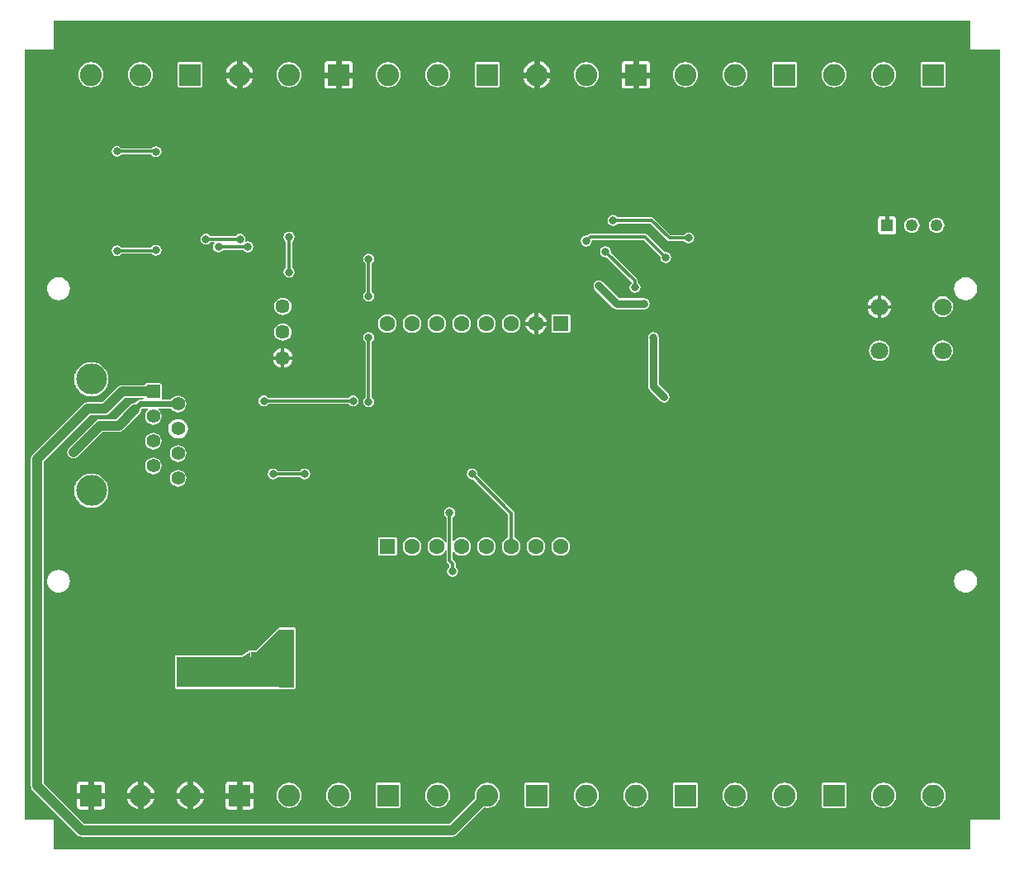
<source format=gbl>
G04 Layer_Physical_Order=2*
G04 Layer_Color=16711680*
%FSLAX43Y43*%
%MOMM*%
G71*
G01*
G75*
%ADD31C,0.300*%
%ADD32C,0.400*%
%ADD33C,0.800*%
%ADD34C,0.600*%
%ADD37C,1.000*%
%ADD51C,1.800*%
%ADD52C,1.600*%
%ADD53R,1.600X1.600*%
%ADD54R,2.250X2.250*%
%ADD55C,2.250*%
%ADD56C,1.400*%
%ADD57R,1.400X1.400*%
%ADD58C,3.170*%
%ADD59R,1.248X1.248*%
%ADD60C,1.248*%
%ADD61C,1.450*%
%ADD62C,0.800*%
%ADD63R,12.087X3.150*%
%ADD64R,4.525X1.900*%
%ADD65R,1.535X5.950*%
G36*
X119400Y104400D02*
X122400D01*
Y25400D01*
X119400D01*
Y22400D01*
X25400D01*
Y25400D01*
X22400D01*
Y104400D01*
X25400D01*
Y107400D01*
X119400D01*
Y104400D01*
D02*
G37*
%LPC*%
G36*
X38160Y61315D02*
X37937Y61286D01*
X37730Y61200D01*
X37552Y61063D01*
X37415Y60885D01*
X37329Y60678D01*
X37300Y60455D01*
X37329Y60232D01*
X37415Y60025D01*
X37552Y59847D01*
X37730Y59710D01*
X37937Y59624D01*
X38160Y59595D01*
X38383Y59624D01*
X38590Y59710D01*
X38768Y59847D01*
X38905Y60025D01*
X38991Y60232D01*
X39020Y60455D01*
X38991Y60678D01*
X38905Y60885D01*
X38768Y61063D01*
X38590Y61200D01*
X38383Y61286D01*
X38160Y61315D01*
D02*
G37*
G36*
X66000Y57489D02*
X65784Y57446D01*
X65601Y57324D01*
X65479Y57141D01*
X65436Y56925D01*
X65479Y56709D01*
X65601Y56526D01*
X65691Y56466D01*
Y53900D01*
X65564Y53874D01*
X65532Y53951D01*
X65380Y54150D01*
X65181Y54302D01*
X64949Y54398D01*
X64700Y54431D01*
X64451Y54398D01*
X64219Y54302D01*
X64020Y54150D01*
X63868Y53951D01*
X63772Y53719D01*
X63739Y53470D01*
X63772Y53221D01*
X63868Y52989D01*
X64020Y52790D01*
X64219Y52638D01*
X64451Y52542D01*
X64700Y52509D01*
X64949Y52542D01*
X65181Y52638D01*
X65380Y52790D01*
X65532Y52989D01*
X65564Y53066D01*
X65691Y53040D01*
Y52000D01*
X65715Y51882D01*
X65782Y51782D01*
X65991Y51572D01*
Y51359D01*
X65901Y51299D01*
X65779Y51116D01*
X65736Y50900D01*
X65779Y50684D01*
X65901Y50501D01*
X66084Y50379D01*
X66300Y50336D01*
X66516Y50379D01*
X66699Y50501D01*
X66821Y50684D01*
X66864Y50900D01*
X66821Y51116D01*
X66699Y51299D01*
X66609Y51359D01*
Y51700D01*
X66585Y51818D01*
X66518Y51918D01*
X66309Y52128D01*
Y52909D01*
X66436Y52952D01*
X66560Y52790D01*
X66759Y52638D01*
X66991Y52542D01*
X67240Y52509D01*
X67489Y52542D01*
X67721Y52638D01*
X67920Y52790D01*
X68072Y52989D01*
X68168Y53221D01*
X68201Y53470D01*
X68168Y53719D01*
X68072Y53951D01*
X67920Y54150D01*
X67721Y54302D01*
X67489Y54398D01*
X67240Y54431D01*
X66991Y54398D01*
X66759Y54302D01*
X66560Y54150D01*
X66436Y53988D01*
X66309Y54031D01*
Y56466D01*
X66399Y56526D01*
X66521Y56709D01*
X66564Y56925D01*
X66521Y57141D01*
X66399Y57324D01*
X66216Y57446D01*
X66000Y57489D01*
D02*
G37*
G36*
X35620Y62585D02*
X35397Y62556D01*
X35190Y62470D01*
X35012Y62333D01*
X34875Y62155D01*
X34789Y61948D01*
X34760Y61725D01*
X34789Y61502D01*
X34875Y61295D01*
X35012Y61117D01*
X35190Y60980D01*
X35397Y60894D01*
X35620Y60865D01*
X35843Y60894D01*
X36050Y60980D01*
X36228Y61117D01*
X36365Y61295D01*
X36451Y61502D01*
X36480Y61725D01*
X36451Y61948D01*
X36365Y62155D01*
X36228Y62333D01*
X36050Y62470D01*
X35843Y62556D01*
X35620Y62585D01*
D02*
G37*
G36*
X51135Y61464D02*
X50919Y61421D01*
X50736Y61299D01*
X50676Y61209D01*
X48359D01*
X48299Y61299D01*
X48116Y61421D01*
X47900Y61464D01*
X47684Y61421D01*
X47501Y61299D01*
X47379Y61116D01*
X47336Y60900D01*
X47379Y60684D01*
X47501Y60501D01*
X47684Y60379D01*
X47900Y60336D01*
X48116Y60379D01*
X48299Y60501D01*
X48359Y60591D01*
X50676D01*
X50736Y60501D01*
X50919Y60379D01*
X51135Y60336D01*
X51351Y60379D01*
X51534Y60501D01*
X51656Y60684D01*
X51699Y60900D01*
X51656Y61116D01*
X51534Y61299D01*
X51351Y61421D01*
X51135Y61464D01*
D02*
G37*
G36*
X29286Y60942D02*
X29270Y60938D01*
X29254Y60942D01*
X28943Y60912D01*
X28928Y60904D01*
X28911Y60906D01*
X28612Y60815D01*
X28599Y60804D01*
X28582Y60802D01*
X28307Y60655D01*
X28296Y60642D01*
X28280Y60637D01*
X28039Y60439D01*
X28031Y60424D01*
X28016Y60416D01*
X27818Y60175D01*
X27813Y60159D01*
X27800Y60148D01*
X27653Y59873D01*
X27651Y59856D01*
X27640Y59843D01*
X27549Y59544D01*
X27551Y59527D01*
X27543Y59512D01*
X27513Y59201D01*
X27515Y59193D01*
X27512Y59185D01*
X27515Y59177D01*
X27513Y59169D01*
X27543Y58858D01*
X27551Y58843D01*
X27549Y58826D01*
X27640Y58527D01*
X27651Y58514D01*
X27653Y58497D01*
X27800Y58222D01*
X27813Y58211D01*
X27818Y58195D01*
X28016Y57954D01*
X28031Y57946D01*
X28039Y57931D01*
X28280Y57733D01*
X28296Y57728D01*
X28307Y57715D01*
X28582Y57568D01*
X28599Y57566D01*
X28612Y57555D01*
X28911Y57464D01*
X28928Y57466D01*
X28943Y57458D01*
X29254Y57428D01*
X29270Y57432D01*
X29286Y57428D01*
X29597Y57458D01*
X29612Y57466D01*
X29629Y57464D01*
X29928Y57555D01*
X29941Y57566D01*
X29958Y57568D01*
X30233Y57715D01*
X30244Y57728D01*
X30260Y57733D01*
X30501Y57931D01*
X30509Y57946D01*
X30524Y57954D01*
X30722Y58195D01*
X30727Y58211D01*
X30740Y58222D01*
X30888Y58497D01*
X30889Y58514D01*
X30900Y58527D01*
X30991Y58826D01*
X30989Y58843D01*
X30997Y58858D01*
X31028Y59169D01*
X31025Y59177D01*
X31028Y59185D01*
X31025Y59193D01*
X31028Y59201D01*
X30997Y59512D01*
X30989Y59527D01*
X30991Y59544D01*
X30900Y59843D01*
X30889Y59856D01*
X30888Y59873D01*
X30740Y60148D01*
X30727Y60159D01*
X30722Y60175D01*
X30524Y60416D01*
X30509Y60424D01*
X30501Y60439D01*
X30260Y60637D01*
X30244Y60642D01*
X30233Y60655D01*
X29958Y60802D01*
X29941Y60804D01*
X29928Y60815D01*
X29629Y60906D01*
X29612Y60904D01*
X29597Y60912D01*
X29286Y60942D01*
D02*
G37*
G36*
X69780Y54431D02*
X69531Y54398D01*
X69299Y54302D01*
X69100Y54150D01*
X68948Y53951D01*
X68852Y53719D01*
X68819Y53470D01*
X68852Y53221D01*
X68948Y52989D01*
X69100Y52790D01*
X69299Y52638D01*
X69531Y52542D01*
X69780Y52509D01*
X70029Y52542D01*
X70261Y52638D01*
X70460Y52790D01*
X70612Y52989D01*
X70708Y53221D01*
X70741Y53470D01*
X70708Y53719D01*
X70612Y53951D01*
X70460Y54150D01*
X70261Y54302D01*
X70029Y54398D01*
X69780Y54431D01*
D02*
G37*
G36*
X62160D02*
X61911Y54398D01*
X61679Y54302D01*
X61480Y54150D01*
X61328Y53951D01*
X61232Y53719D01*
X61199Y53470D01*
X61232Y53221D01*
X61328Y52989D01*
X61480Y52790D01*
X61679Y52638D01*
X61911Y52542D01*
X62160Y52509D01*
X62409Y52542D01*
X62641Y52638D01*
X62840Y52790D01*
X62992Y52989D01*
X63088Y53221D01*
X63121Y53470D01*
X63088Y53719D01*
X62992Y53951D01*
X62840Y54150D01*
X62641Y54302D01*
X62409Y54398D01*
X62160Y54431D01*
D02*
G37*
G36*
X68300Y61464D02*
X68084Y61421D01*
X67901Y61299D01*
X67779Y61116D01*
X67736Y60900D01*
X67779Y60684D01*
X67901Y60501D01*
X68084Y60379D01*
X68300Y60336D01*
X68406Y60357D01*
X72011Y56752D01*
Y54374D01*
X71839Y54302D01*
X71640Y54150D01*
X71488Y53951D01*
X71392Y53719D01*
X71359Y53470D01*
X71392Y53221D01*
X71488Y52989D01*
X71640Y52790D01*
X71839Y52638D01*
X72071Y52542D01*
X72320Y52509D01*
X72569Y52542D01*
X72801Y52638D01*
X73000Y52790D01*
X73152Y52989D01*
X73248Y53221D01*
X73281Y53470D01*
X73248Y53719D01*
X73152Y53951D01*
X73000Y54150D01*
X72801Y54302D01*
X72629Y54374D01*
Y56880D01*
X72605Y56998D01*
X72538Y57098D01*
X68843Y60794D01*
X68864Y60900D01*
X68821Y61116D01*
X68699Y61299D01*
X68516Y61421D01*
X68300Y61464D01*
D02*
G37*
G36*
X77400Y54431D02*
X77151Y54398D01*
X76919Y54302D01*
X76720Y54150D01*
X76568Y53951D01*
X76472Y53719D01*
X76439Y53470D01*
X76472Y53221D01*
X76568Y52989D01*
X76720Y52790D01*
X76919Y52638D01*
X77151Y52542D01*
X77400Y52509D01*
X77649Y52542D01*
X77881Y52638D01*
X78080Y52790D01*
X78232Y52989D01*
X78328Y53221D01*
X78361Y53470D01*
X78328Y53719D01*
X78232Y53951D01*
X78080Y54150D01*
X77881Y54302D01*
X77649Y54398D01*
X77400Y54431D01*
D02*
G37*
G36*
X74860D02*
X74611Y54398D01*
X74379Y54302D01*
X74180Y54150D01*
X74028Y53951D01*
X73932Y53719D01*
X73899Y53470D01*
X73932Y53221D01*
X74028Y52989D01*
X74180Y52790D01*
X74379Y52638D01*
X74611Y52542D01*
X74860Y52509D01*
X75109Y52542D01*
X75341Y52638D01*
X75540Y52790D01*
X75692Y52989D01*
X75788Y53221D01*
X75821Y53470D01*
X75788Y53719D01*
X75692Y53951D01*
X75540Y54150D01*
X75341Y54302D01*
X75109Y54398D01*
X74860Y54431D01*
D02*
G37*
G36*
X38160Y63855D02*
X37937Y63826D01*
X37730Y63740D01*
X37552Y63603D01*
X37415Y63425D01*
X37329Y63218D01*
X37300Y62995D01*
X37329Y62772D01*
X37415Y62565D01*
X37552Y62387D01*
X37730Y62250D01*
X37937Y62164D01*
X38160Y62135D01*
X38383Y62164D01*
X38590Y62250D01*
X38768Y62387D01*
X38905Y62565D01*
X38991Y62772D01*
X39020Y62995D01*
X38991Y63218D01*
X38905Y63425D01*
X38768Y63603D01*
X38590Y63740D01*
X38383Y63826D01*
X38160Y63855D01*
D02*
G37*
G36*
X48895Y73842D02*
X48627Y73807D01*
X48378Y73704D01*
X48164Y73539D01*
X48000Y73325D01*
X47896Y73076D01*
X47861Y72808D01*
X47896Y72541D01*
X48000Y72291D01*
X48164Y72077D01*
X48378Y71913D01*
X48627Y71810D01*
X48895Y71774D01*
X49163Y71810D01*
X49412Y71913D01*
X49626Y72077D01*
X49790Y72291D01*
X49894Y72541D01*
X49929Y72808D01*
X49894Y73076D01*
X49790Y73325D01*
X49626Y73539D01*
X49412Y73704D01*
X49163Y73807D01*
X48895Y73842D01*
D02*
G37*
G36*
X36320Y70211D02*
X34920D01*
X34803Y70162D01*
X34754Y70045D01*
Y70004D01*
X32420Y70004D01*
X32420Y70004D01*
X32250Y69981D01*
X32091Y69915D01*
X31954Y69811D01*
X31954Y69811D01*
X30402Y68259D01*
X28872D01*
X28872Y68259D01*
X28702Y68236D01*
X28543Y68170D01*
X28406Y68066D01*
X23259Y62919D01*
X23155Y62782D01*
X23089Y62623D01*
X23066Y62453D01*
X23066Y62453D01*
Y28875D01*
X23066Y28875D01*
X23089Y28705D01*
X23155Y28546D01*
X23259Y28409D01*
X27784Y23884D01*
X27784Y23884D01*
X27921Y23780D01*
X28080Y23714D01*
X28250Y23691D01*
X66290D01*
X66290Y23691D01*
X66460Y23714D01*
X66619Y23780D01*
X66756Y23884D01*
X69549Y26678D01*
X69865Y26636D01*
X70199Y26680D01*
X70510Y26809D01*
X70776Y27014D01*
X70981Y27280D01*
X71110Y27591D01*
X71154Y27925D01*
X71110Y28259D01*
X70981Y28570D01*
X70776Y28836D01*
X70510Y29041D01*
X70199Y29170D01*
X69865Y29214D01*
X69531Y29170D01*
X69220Y29041D01*
X68954Y28836D01*
X68749Y28570D01*
X68620Y28259D01*
X68576Y27925D01*
X68618Y27609D01*
X66017Y25009D01*
X28523D01*
X24384Y29148D01*
Y62180D01*
X29145Y66941D01*
X30675D01*
X30675Y66941D01*
X30845Y66964D01*
X31004Y67030D01*
X31141Y67134D01*
X31141Y67134D01*
X32693Y68686D01*
X34632Y68686D01*
X34644Y68664D01*
X34568Y68537D01*
X34275D01*
X34098Y68502D01*
X33948Y68402D01*
X33705Y68158D01*
X33700Y68159D01*
X33530Y68136D01*
X33371Y68070D01*
X33234Y67966D01*
X31777Y66509D01*
X30150D01*
X29980Y66486D01*
X29821Y66420D01*
X29684Y66316D01*
X29684Y66316D01*
X26984Y63616D01*
X26880Y63479D01*
X26814Y63320D01*
X26791Y63150D01*
X26814Y62980D01*
X26880Y62821D01*
X26984Y62684D01*
X27121Y62580D01*
X27280Y62514D01*
X27450Y62491D01*
X27620Y62514D01*
X27779Y62580D01*
X27916Y62684D01*
X30423Y65191D01*
X32050D01*
X32050Y65191D01*
X32220Y65214D01*
X32379Y65280D01*
X32516Y65384D01*
X34166Y67034D01*
X34270Y67171D01*
X34336Y67330D01*
X34359Y67500D01*
X34358Y67505D01*
X34466Y67613D01*
X35063D01*
X35106Y67486D01*
X35012Y67413D01*
X34875Y67235D01*
X34789Y67028D01*
X34760Y66805D01*
X34789Y66582D01*
X34875Y66375D01*
X35012Y66197D01*
X35190Y66060D01*
X35397Y65974D01*
X35620Y65945D01*
X35843Y65974D01*
X36050Y66060D01*
X36228Y66197D01*
X36365Y66375D01*
X36451Y66582D01*
X36480Y66805D01*
X36451Y67028D01*
X36365Y67235D01*
X36228Y67413D01*
X36134Y67486D01*
X36177Y67613D01*
X37439D01*
X37552Y67467D01*
X37730Y67330D01*
X37937Y67244D01*
X38160Y67215D01*
X38383Y67244D01*
X38590Y67330D01*
X38768Y67467D01*
X38905Y67645D01*
X38991Y67852D01*
X39020Y68075D01*
X38991Y68298D01*
X38905Y68505D01*
X38768Y68683D01*
X38590Y68820D01*
X38383Y68906D01*
X38160Y68935D01*
X37937Y68906D01*
X37730Y68820D01*
X37552Y68683D01*
X37439Y68537D01*
X36555D01*
X36485Y68642D01*
X36486Y68645D01*
Y70045D01*
X36437Y70162D01*
X36320Y70211D01*
D02*
G37*
G36*
X29286Y72372D02*
X29270Y72368D01*
X29254Y72372D01*
X28943Y72342D01*
X28928Y72334D01*
X28911Y72336D01*
X28612Y72245D01*
X28599Y72234D01*
X28582Y72232D01*
X28307Y72085D01*
X28296Y72072D01*
X28280Y72067D01*
X28039Y71869D01*
X28031Y71854D01*
X28016Y71846D01*
X27818Y71605D01*
X27813Y71589D01*
X27800Y71578D01*
X27653Y71303D01*
X27651Y71286D01*
X27640Y71273D01*
X27549Y70974D01*
X27551Y70957D01*
X27543Y70942D01*
X27513Y70631D01*
X27515Y70623D01*
X27512Y70615D01*
X27515Y70607D01*
X27513Y70599D01*
X27543Y70288D01*
X27551Y70273D01*
X27549Y70256D01*
X27640Y69957D01*
X27651Y69944D01*
X27653Y69927D01*
X27800Y69652D01*
X27813Y69641D01*
X27818Y69625D01*
X28016Y69384D01*
X28031Y69376D01*
X28039Y69361D01*
X28280Y69163D01*
X28296Y69158D01*
X28307Y69145D01*
X28582Y68998D01*
X28599Y68996D01*
X28612Y68985D01*
X28911Y68894D01*
X28928Y68896D01*
X28943Y68888D01*
X29254Y68858D01*
X29270Y68862D01*
X29286Y68858D01*
X29597Y68888D01*
X29612Y68896D01*
X29629Y68894D01*
X29928Y68985D01*
X29941Y68996D01*
X29958Y68998D01*
X30233Y69145D01*
X30244Y69158D01*
X30260Y69163D01*
X30501Y69361D01*
X30509Y69376D01*
X30524Y69384D01*
X30722Y69625D01*
X30727Y69641D01*
X30740Y69652D01*
X30888Y69927D01*
X30889Y69944D01*
X30900Y69957D01*
X30991Y70256D01*
X30989Y70273D01*
X30997Y70288D01*
X31028Y70599D01*
X31025Y70607D01*
X31028Y70615D01*
X31025Y70623D01*
X31028Y70631D01*
X30997Y70942D01*
X30989Y70957D01*
X30991Y70974D01*
X30900Y71273D01*
X30889Y71286D01*
X30888Y71303D01*
X30740Y71578D01*
X30727Y71589D01*
X30722Y71605D01*
X30524Y71846D01*
X30509Y71854D01*
X30501Y71869D01*
X30260Y72067D01*
X30244Y72072D01*
X30233Y72085D01*
X29958Y72232D01*
X29941Y72234D01*
X29928Y72245D01*
X29629Y72336D01*
X29612Y72334D01*
X29597Y72342D01*
X29286Y72372D01*
D02*
G37*
G36*
X116550Y74612D02*
X116275Y74576D01*
X116019Y74470D01*
X115799Y74301D01*
X115630Y74081D01*
X115524Y73825D01*
X115488Y73550D01*
X115524Y73275D01*
X115630Y73019D01*
X115799Y72799D01*
X116019Y72630D01*
X116275Y72524D01*
X116550Y72488D01*
X116825Y72524D01*
X117081Y72630D01*
X117301Y72799D01*
X117470Y73019D01*
X117576Y73275D01*
X117612Y73550D01*
X117576Y73825D01*
X117470Y74081D01*
X117301Y74301D01*
X117081Y74470D01*
X116825Y74576D01*
X116550Y74612D01*
D02*
G37*
G36*
X110050D02*
X109775Y74576D01*
X109519Y74470D01*
X109299Y74301D01*
X109130Y74081D01*
X109024Y73825D01*
X108988Y73550D01*
X109024Y73275D01*
X109130Y73019D01*
X109299Y72799D01*
X109519Y72630D01*
X109775Y72524D01*
X110050Y72488D01*
X110325Y72524D01*
X110581Y72630D01*
X110801Y72799D01*
X110970Y73019D01*
X111076Y73275D01*
X111112Y73550D01*
X111076Y73825D01*
X110970Y74081D01*
X110801Y74301D01*
X110581Y74470D01*
X110325Y74576D01*
X110050Y74612D01*
D02*
G37*
G36*
X38160Y66544D02*
X37899Y66509D01*
X37656Y66409D01*
X37447Y66248D01*
X37287Y66039D01*
X37186Y65796D01*
X37151Y65535D01*
X37186Y65274D01*
X37287Y65031D01*
X37447Y64822D01*
X37656Y64661D01*
X37899Y64561D01*
X38160Y64526D01*
X38421Y64561D01*
X38664Y64661D01*
X38873Y64822D01*
X39034Y65031D01*
X39134Y65274D01*
X39169Y65535D01*
X39134Y65796D01*
X39034Y66039D01*
X38873Y66248D01*
X38664Y66409D01*
X38421Y66509D01*
X38160Y66544D01*
D02*
G37*
G36*
X35620Y65125D02*
X35397Y65096D01*
X35190Y65010D01*
X35012Y64873D01*
X34875Y64695D01*
X34789Y64488D01*
X34760Y64265D01*
X34789Y64042D01*
X34875Y63835D01*
X35012Y63657D01*
X35190Y63520D01*
X35397Y63434D01*
X35620Y63405D01*
X35843Y63434D01*
X36050Y63520D01*
X36228Y63657D01*
X36365Y63835D01*
X36451Y64042D01*
X36480Y64265D01*
X36451Y64488D01*
X36365Y64695D01*
X36228Y64873D01*
X36050Y65010D01*
X35843Y65096D01*
X35620Y65125D01*
D02*
G37*
G36*
X57700Y75464D02*
X57484Y75421D01*
X57301Y75299D01*
X57179Y75116D01*
X57136Y74900D01*
X57179Y74684D01*
X57301Y74501D01*
X57391Y74441D01*
Y68759D01*
X57301Y68699D01*
X57179Y68516D01*
X57136Y68300D01*
X57179Y68084D01*
X57301Y67901D01*
X57484Y67779D01*
X57700Y67736D01*
X57916Y67779D01*
X58099Y67901D01*
X58221Y68084D01*
X58264Y68300D01*
X58221Y68516D01*
X58099Y68699D01*
X58009Y68759D01*
Y74441D01*
X58099Y74501D01*
X58221Y74684D01*
X58264Y74900D01*
X58221Y75116D01*
X58099Y75299D01*
X57916Y75421D01*
X57700Y75464D01*
D02*
G37*
G36*
X56100Y68964D02*
X55884Y68921D01*
X55701Y68799D01*
X55641Y68709D01*
X47410D01*
X47350Y68799D01*
X47167Y68921D01*
X46951Y68964D01*
X46735Y68921D01*
X46553Y68799D01*
X46430Y68616D01*
X46387Y68400D01*
X46430Y68184D01*
X46553Y68001D01*
X46735Y67879D01*
X46951Y67836D01*
X47167Y67879D01*
X47350Y68001D01*
X47410Y68091D01*
X55641D01*
X55701Y68001D01*
X55884Y67879D01*
X56100Y67836D01*
X56316Y67879D01*
X56499Y68001D01*
X56621Y68184D01*
X56664Y68400D01*
X56621Y68616D01*
X56499Y68799D01*
X56316Y68921D01*
X56100Y68964D01*
D02*
G37*
G36*
X86900Y75464D02*
X86684Y75421D01*
X86501Y75299D01*
X86379Y75116D01*
X86336Y74900D01*
Y69900D01*
X86379Y69684D01*
X86501Y69501D01*
X87601Y68401D01*
X87784Y68279D01*
X88000Y68236D01*
X88216Y68279D01*
X88398Y68401D01*
X88521Y68584D01*
X88564Y68800D01*
X88521Y69016D01*
X88398Y69199D01*
X87464Y70133D01*
Y74900D01*
X87421Y75116D01*
X87299Y75299D01*
X87116Y75421D01*
X86900Y75464D01*
D02*
G37*
G36*
X91305Y29216D02*
X89055D01*
X88938Y29167D01*
X88889Y29050D01*
Y26800D01*
X88938Y26683D01*
X89055Y26634D01*
X91305D01*
X91422Y26683D01*
X91471Y26800D01*
Y29050D01*
X91422Y29167D01*
X91305Y29216D01*
D02*
G37*
G36*
X76065D02*
X73815D01*
X73698Y29167D01*
X73649Y29050D01*
Y26800D01*
X73698Y26683D01*
X73815Y26634D01*
X76065D01*
X76182Y26683D01*
X76231Y26800D01*
Y29050D01*
X76182Y29167D01*
X76065Y29216D01*
D02*
G37*
G36*
X106545D02*
X104295D01*
X104178Y29167D01*
X104129Y29050D01*
Y26800D01*
X104178Y26683D01*
X104295Y26634D01*
X106545D01*
X106662Y26683D01*
X106711Y26800D01*
Y29050D01*
X106662Y29167D01*
X106545Y29216D01*
D02*
G37*
G36*
X54625Y29214D02*
X54291Y29170D01*
X53980Y29041D01*
X53714Y28836D01*
X53509Y28570D01*
X53380Y28259D01*
X53336Y27925D01*
X53380Y27591D01*
X53509Y27280D01*
X53714Y27014D01*
X53980Y26809D01*
X54291Y26680D01*
X54625Y26636D01*
X54959Y26680D01*
X55270Y26809D01*
X55536Y27014D01*
X55741Y27280D01*
X55870Y27591D01*
X55914Y27925D01*
X55870Y28259D01*
X55741Y28570D01*
X55536Y28836D01*
X55270Y29041D01*
X54959Y29170D01*
X54625Y29214D01*
D02*
G37*
G36*
X49545D02*
X49211Y29170D01*
X48900Y29041D01*
X48634Y28836D01*
X48429Y28570D01*
X48300Y28259D01*
X48256Y27925D01*
X48300Y27591D01*
X48429Y27280D01*
X48634Y27014D01*
X48900Y26809D01*
X49211Y26680D01*
X49545Y26636D01*
X49879Y26680D01*
X50190Y26809D01*
X50456Y27014D01*
X50661Y27280D01*
X50790Y27591D01*
X50834Y27925D01*
X50790Y28259D01*
X50661Y28570D01*
X50456Y28836D01*
X50190Y29041D01*
X49879Y29170D01*
X49545Y29214D01*
D02*
G37*
G36*
X39385Y29362D02*
X39013Y29313D01*
X38666Y29170D01*
X38369Y28941D01*
X38140Y28644D01*
X37997Y28297D01*
X37948Y27925D01*
X37997Y27553D01*
X38140Y27206D01*
X38369Y26909D01*
X38666Y26680D01*
X39013Y26537D01*
X39385Y26488D01*
X39757Y26537D01*
X40104Y26680D01*
X40401Y26909D01*
X40630Y27206D01*
X40773Y27553D01*
X40822Y27925D01*
X40773Y28297D01*
X40630Y28644D01*
X40401Y28941D01*
X40104Y29170D01*
X39757Y29313D01*
X39385Y29362D01*
D02*
G37*
G36*
X34305D02*
X33933Y29313D01*
X33586Y29170D01*
X33289Y28941D01*
X33060Y28644D01*
X32917Y28297D01*
X32868Y27925D01*
X32917Y27553D01*
X33060Y27206D01*
X33289Y26909D01*
X33586Y26680D01*
X33933Y26537D01*
X34305Y26488D01*
X34677Y26537D01*
X35024Y26680D01*
X35321Y26909D01*
X35550Y27206D01*
X35693Y27553D01*
X35742Y27925D01*
X35693Y28297D01*
X35550Y28644D01*
X35321Y28941D01*
X35024Y29170D01*
X34677Y29313D01*
X34305Y29362D01*
D02*
G37*
G36*
X30350Y29356D02*
X28100D01*
X27983Y29333D01*
X27884Y29266D01*
X27817Y29167D01*
X27794Y29050D01*
Y26800D01*
X27817Y26683D01*
X27884Y26584D01*
X27983Y26517D01*
X28100Y26494D01*
X30350D01*
X30467Y26517D01*
X30566Y26584D01*
X30633Y26683D01*
X30656Y26800D01*
Y29050D01*
X30633Y29167D01*
X30566Y29266D01*
X30467Y29333D01*
X30350Y29356D01*
D02*
G37*
G36*
X60830Y29216D02*
X58580D01*
X58463Y29167D01*
X58414Y29050D01*
Y26800D01*
X58463Y26683D01*
X58580Y26634D01*
X60830D01*
X60947Y26683D01*
X60996Y26800D01*
Y29050D01*
X60947Y29167D01*
X60830Y29216D01*
D02*
G37*
G36*
X45590Y29356D02*
X43340D01*
X43223Y29333D01*
X43124Y29266D01*
X43057Y29167D01*
X43034Y29050D01*
Y26800D01*
X43057Y26683D01*
X43124Y26584D01*
X43223Y26517D01*
X43340Y26494D01*
X45590D01*
X45707Y26517D01*
X45806Y26584D01*
X45873Y26683D01*
X45896Y26800D01*
Y29050D01*
X45873Y29167D01*
X45806Y29266D01*
X45707Y29333D01*
X45590Y29356D01*
D02*
G37*
G36*
X64785Y29214D02*
X64451Y29170D01*
X64140Y29041D01*
X63874Y28836D01*
X63669Y28570D01*
X63540Y28259D01*
X63496Y27925D01*
X63540Y27591D01*
X63669Y27280D01*
X63874Y27014D01*
X64140Y26809D01*
X64451Y26680D01*
X64785Y26636D01*
X65119Y26680D01*
X65430Y26809D01*
X65696Y27014D01*
X65901Y27280D01*
X66030Y27591D01*
X66074Y27925D01*
X66030Y28259D01*
X65901Y28570D01*
X65696Y28836D01*
X65430Y29041D01*
X65119Y29170D01*
X64785Y29214D01*
D02*
G37*
G36*
X50070Y45130D02*
X48535D01*
X48526Y45127D01*
X48516Y45129D01*
X48468Y45103D01*
X48418Y45082D01*
X46166Y42830D01*
X45545D01*
X45538Y42828D01*
X45531Y42830D01*
X45497Y42812D01*
X45458Y42806D01*
X44684Y42330D01*
X37983D01*
X37866Y42282D01*
X37818Y42165D01*
Y39015D01*
X37866Y38898D01*
X37983Y38849D01*
X48535D01*
X48535Y38849D01*
X50070D01*
X50187Y38898D01*
X50236Y39015D01*
Y44965D01*
X50187Y45082D01*
X50070Y45130D01*
D02*
G37*
G36*
X115580Y29214D02*
X115246Y29170D01*
X114935Y29041D01*
X114669Y28836D01*
X114464Y28570D01*
X114335Y28259D01*
X114291Y27925D01*
X114335Y27591D01*
X114464Y27280D01*
X114669Y27014D01*
X114935Y26809D01*
X115246Y26680D01*
X115580Y26636D01*
X115914Y26680D01*
X116225Y26809D01*
X116491Y27014D01*
X116696Y27280D01*
X116825Y27591D01*
X116869Y27925D01*
X116825Y28259D01*
X116696Y28570D01*
X116491Y28836D01*
X116225Y29041D01*
X115914Y29170D01*
X115580Y29214D01*
D02*
G37*
G36*
X25922Y51073D02*
X25900Y51067D01*
X25878Y51073D01*
X25617Y51038D01*
X25598Y51027D01*
X25576D01*
X25332Y50926D01*
X25316Y50911D01*
X25295Y50905D01*
X25086Y50745D01*
X25075Y50725D01*
X25055Y50714D01*
X24895Y50505D01*
X24889Y50484D01*
X24874Y50468D01*
X24773Y50224D01*
Y50202D01*
X24762Y50183D01*
X24727Y49922D01*
X24730Y49911D01*
X24726Y49900D01*
X24730Y49889D01*
X24727Y49878D01*
X24762Y49617D01*
X24773Y49598D01*
Y49576D01*
X24874Y49332D01*
X24889Y49316D01*
X24895Y49295D01*
X25055Y49086D01*
X25075Y49075D01*
X25086Y49055D01*
X25295Y48895D01*
X25316Y48889D01*
X25332Y48874D01*
X25576Y48773D01*
X25598D01*
X25617Y48762D01*
X25878Y48727D01*
X25900Y48733D01*
X25922Y48727D01*
X26183Y48762D01*
X26202Y48773D01*
X26224D01*
X26468Y48874D01*
X26484Y48889D01*
X26505Y48895D01*
X26714Y49055D01*
X26725Y49075D01*
X26745Y49086D01*
X26905Y49295D01*
X26911Y49316D01*
X26927Y49332D01*
X27027Y49576D01*
Y49598D01*
X27038Y49617D01*
X27073Y49878D01*
X27070Y49889D01*
X27074Y49900D01*
X27070Y49911D01*
X27073Y49922D01*
X27038Y50183D01*
X27027Y50202D01*
Y50224D01*
X26927Y50468D01*
X26911Y50484D01*
X26905Y50505D01*
X26745Y50714D01*
X26725Y50725D01*
X26714Y50745D01*
X26505Y50905D01*
X26484Y50911D01*
X26468Y50926D01*
X26224Y51027D01*
X26202D01*
X26183Y51038D01*
X25922Y51073D01*
D02*
G37*
G36*
X60420Y54436D02*
X58820D01*
X58703Y54387D01*
X58654Y54270D01*
Y52670D01*
X58703Y52553D01*
X58820Y52504D01*
X60420D01*
X60537Y52553D01*
X60586Y52670D01*
Y54270D01*
X60537Y54387D01*
X60420Y54436D01*
D02*
G37*
G36*
X118922Y51073D02*
X118900Y51067D01*
X118878Y51073D01*
X118617Y51038D01*
X118598Y51027D01*
X118576D01*
X118332Y50926D01*
X118316Y50911D01*
X118295Y50905D01*
X118086Y50745D01*
X118075Y50725D01*
X118055Y50714D01*
X117895Y50505D01*
X117889Y50484D01*
X117873Y50468D01*
X117773Y50224D01*
Y50202D01*
X117762Y50183D01*
X117727Y49922D01*
X117730Y49911D01*
X117726Y49900D01*
X117730Y49889D01*
X117727Y49878D01*
X117762Y49617D01*
X117773Y49598D01*
Y49576D01*
X117873Y49332D01*
X117889Y49316D01*
X117895Y49295D01*
X118055Y49086D01*
X118075Y49075D01*
X118086Y49055D01*
X118295Y48895D01*
X118316Y48889D01*
X118332Y48874D01*
X118576Y48773D01*
X118598D01*
X118617Y48762D01*
X118878Y48727D01*
X118900Y48733D01*
X118922Y48727D01*
X119183Y48762D01*
X119202Y48773D01*
X119224D01*
X119468Y48874D01*
X119484Y48889D01*
X119505Y48895D01*
X119714Y49055D01*
X119725Y49075D01*
X119745Y49086D01*
X119905Y49295D01*
X119911Y49316D01*
X119926Y49332D01*
X120027Y49576D01*
Y49598D01*
X120038Y49617D01*
X120073Y49878D01*
X120070Y49889D01*
X120074Y49900D01*
X120070Y49911D01*
X120073Y49922D01*
X120038Y50183D01*
X120027Y50202D01*
Y50224D01*
X119926Y50468D01*
X119911Y50484D01*
X119905Y50505D01*
X119745Y50714D01*
X119725Y50725D01*
X119714Y50745D01*
X119505Y50905D01*
X119484Y50911D01*
X119468Y50926D01*
X119224Y51027D01*
X119202D01*
X119183Y51038D01*
X118922Y51073D01*
D02*
G37*
G36*
X85100Y29214D02*
X84766Y29170D01*
X84455Y29041D01*
X84189Y28836D01*
X83984Y28570D01*
X83855Y28259D01*
X83811Y27925D01*
X83855Y27591D01*
X83984Y27280D01*
X84189Y27014D01*
X84455Y26809D01*
X84766Y26680D01*
X85100Y26636D01*
X85434Y26680D01*
X85745Y26809D01*
X86011Y27014D01*
X86216Y27280D01*
X86345Y27591D01*
X86389Y27925D01*
X86345Y28259D01*
X86216Y28570D01*
X86011Y28836D01*
X85745Y29041D01*
X85434Y29170D01*
X85100Y29214D01*
D02*
G37*
G36*
X80020D02*
X79686Y29170D01*
X79375Y29041D01*
X79109Y28836D01*
X78904Y28570D01*
X78775Y28259D01*
X78731Y27925D01*
X78775Y27591D01*
X78904Y27280D01*
X79109Y27014D01*
X79375Y26809D01*
X79686Y26680D01*
X80020Y26636D01*
X80354Y26680D01*
X80665Y26809D01*
X80931Y27014D01*
X81136Y27280D01*
X81265Y27591D01*
X81309Y27925D01*
X81265Y28259D01*
X81136Y28570D01*
X80931Y28836D01*
X80665Y29041D01*
X80354Y29170D01*
X80020Y29214D01*
D02*
G37*
G36*
X95260D02*
X94926Y29170D01*
X94615Y29041D01*
X94349Y28836D01*
X94144Y28570D01*
X94015Y28259D01*
X93971Y27925D01*
X94015Y27591D01*
X94144Y27280D01*
X94349Y27014D01*
X94615Y26809D01*
X94926Y26680D01*
X95260Y26636D01*
X95594Y26680D01*
X95905Y26809D01*
X96171Y27014D01*
X96376Y27280D01*
X96505Y27591D01*
X96549Y27925D01*
X96505Y28259D01*
X96376Y28570D01*
X96171Y28836D01*
X95905Y29041D01*
X95594Y29170D01*
X95260Y29214D01*
D02*
G37*
G36*
X110500D02*
X110166Y29170D01*
X109855Y29041D01*
X109589Y28836D01*
X109384Y28570D01*
X109255Y28259D01*
X109211Y27925D01*
X109255Y27591D01*
X109384Y27280D01*
X109589Y27014D01*
X109855Y26809D01*
X110166Y26680D01*
X110500Y26636D01*
X110834Y26680D01*
X111145Y26809D01*
X111411Y27014D01*
X111616Y27280D01*
X111745Y27591D01*
X111789Y27925D01*
X111745Y28259D01*
X111616Y28570D01*
X111411Y28836D01*
X111145Y29041D01*
X110834Y29170D01*
X110500Y29214D01*
D02*
G37*
G36*
X100340D02*
X100006Y29170D01*
X99695Y29041D01*
X99429Y28836D01*
X99224Y28570D01*
X99095Y28259D01*
X99051Y27925D01*
X99095Y27591D01*
X99224Y27280D01*
X99429Y27014D01*
X99695Y26809D01*
X100006Y26680D01*
X100340Y26636D01*
X100674Y26680D01*
X100985Y26809D01*
X101251Y27014D01*
X101456Y27280D01*
X101585Y27591D01*
X101629Y27925D01*
X101585Y28259D01*
X101456Y28570D01*
X101251Y28836D01*
X100985Y29041D01*
X100674Y29170D01*
X100340Y29214D01*
D02*
G37*
G36*
X48895Y76335D02*
X48666Y76305D01*
X48452Y76217D01*
X48269Y76076D01*
X48128Y75893D01*
X48040Y75679D01*
X48009Y75450D01*
X48040Y75221D01*
X48128Y75007D01*
X48269Y74824D01*
X48452Y74683D01*
X48666Y74594D01*
X48895Y74564D01*
X49124Y74594D01*
X49338Y74683D01*
X49521Y74824D01*
X49662Y75007D01*
X49750Y75221D01*
X49781Y75450D01*
X49750Y75679D01*
X49662Y75893D01*
X49521Y76076D01*
X49338Y76217D01*
X49124Y76305D01*
X48895Y76335D01*
D02*
G37*
G36*
X86225Y103281D02*
X83975D01*
X83858Y103258D01*
X83759Y103191D01*
X83692Y103092D01*
X83669Y102975D01*
Y100725D01*
X83692Y100608D01*
X83759Y100509D01*
X83858Y100442D01*
X83975Y100419D01*
X86225D01*
X86342Y100442D01*
X86441Y100509D01*
X86508Y100608D01*
X86531Y100725D01*
Y102975D01*
X86508Y103092D01*
X86441Y103191D01*
X86342Y103258D01*
X86225Y103281D01*
D02*
G37*
G36*
X55745D02*
X53495D01*
X53378Y103258D01*
X53279Y103191D01*
X53212Y103092D01*
X53189Y102975D01*
Y100725D01*
X53212Y100608D01*
X53279Y100509D01*
X53378Y100442D01*
X53495Y100419D01*
X55745D01*
X55862Y100442D01*
X55961Y100509D01*
X56028Y100608D01*
X56051Y100725D01*
Y102975D01*
X56028Y103092D01*
X55961Y103191D01*
X55862Y103258D01*
X55745Y103281D01*
D02*
G37*
G36*
X40505Y103141D02*
X38255D01*
X38138Y103092D01*
X38089Y102975D01*
Y100725D01*
X38138Y100608D01*
X38255Y100559D01*
X40505D01*
X40622Y100608D01*
X40671Y100725D01*
Y102975D01*
X40622Y103092D01*
X40505Y103141D01*
D02*
G37*
G36*
X101465D02*
X99215D01*
X99098Y103092D01*
X99049Y102975D01*
Y100725D01*
X99098Y100608D01*
X99215Y100559D01*
X101465D01*
X101582Y100608D01*
X101631Y100725D01*
Y102975D01*
X101582Y103092D01*
X101465Y103141D01*
D02*
G37*
G36*
X70985D02*
X68735D01*
X68618Y103092D01*
X68569Y102975D01*
Y100725D01*
X68618Y100608D01*
X68735Y100559D01*
X70985D01*
X71102Y100608D01*
X71151Y100725D01*
Y102975D01*
X71102Y103092D01*
X70985Y103141D01*
D02*
G37*
G36*
X115940Y87184D02*
X115737Y87157D01*
X115548Y87079D01*
X115386Y86954D01*
X115261Y86792D01*
X115183Y86603D01*
X115156Y86400D01*
X115183Y86197D01*
X115261Y86008D01*
X115386Y85846D01*
X115548Y85721D01*
X115737Y85643D01*
X115940Y85616D01*
X116143Y85643D01*
X116332Y85721D01*
X116494Y85846D01*
X116619Y86008D01*
X116697Y86197D01*
X116724Y86400D01*
X116697Y86603D01*
X116619Y86792D01*
X116494Y86954D01*
X116332Y87079D01*
X116143Y87157D01*
X115940Y87184D01*
D02*
G37*
G36*
X113400D02*
X113197Y87157D01*
X113008Y87079D01*
X112846Y86954D01*
X112721Y86792D01*
X112643Y86603D01*
X112616Y86400D01*
X112643Y86197D01*
X112721Y86008D01*
X112846Y85846D01*
X113008Y85721D01*
X113197Y85643D01*
X113400Y85616D01*
X113603Y85643D01*
X113792Y85721D01*
X113954Y85846D01*
X114079Y86008D01*
X114157Y86197D01*
X114184Y86400D01*
X114157Y86603D01*
X114079Y86792D01*
X113954Y86954D01*
X113792Y87079D01*
X113603Y87157D01*
X113400Y87184D01*
D02*
G37*
G36*
X31900Y94564D02*
X31684Y94521D01*
X31501Y94399D01*
X31379Y94216D01*
X31336Y94000D01*
X31379Y93784D01*
X31501Y93601D01*
X31684Y93479D01*
X31900Y93436D01*
X32116Y93479D01*
X32299Y93601D01*
X32359Y93691D01*
X35403D01*
X35491Y93559D01*
X35674Y93436D01*
X35890Y93393D01*
X36106Y93436D01*
X36289Y93559D01*
X36411Y93741D01*
X36454Y93957D01*
X36411Y94173D01*
X36289Y94356D01*
X36106Y94478D01*
X35890Y94521D01*
X35674Y94478D01*
X35491Y94356D01*
X35460Y94309D01*
X32359D01*
X32299Y94399D01*
X32116Y94521D01*
X31900Y94564D01*
D02*
G37*
G36*
X74940Y103287D02*
X74568Y103238D01*
X74221Y103095D01*
X73924Y102866D01*
X73695Y102569D01*
X73552Y102222D01*
X73503Y101850D01*
X73552Y101478D01*
X73695Y101131D01*
X73924Y100834D01*
X74221Y100605D01*
X74568Y100462D01*
X74940Y100413D01*
X75312Y100462D01*
X75659Y100605D01*
X75956Y100834D01*
X76185Y101131D01*
X76328Y101478D01*
X76377Y101850D01*
X76328Y102222D01*
X76185Y102569D01*
X75956Y102866D01*
X75659Y103095D01*
X75312Y103238D01*
X74940Y103287D01*
D02*
G37*
G36*
X44460D02*
X44088Y103238D01*
X43741Y103095D01*
X43444Y102866D01*
X43215Y102569D01*
X43072Y102222D01*
X43023Y101850D01*
X43072Y101478D01*
X43215Y101131D01*
X43444Y100834D01*
X43741Y100605D01*
X44088Y100462D01*
X44460Y100413D01*
X44832Y100462D01*
X45179Y100605D01*
X45476Y100834D01*
X45705Y101131D01*
X45848Y101478D01*
X45897Y101850D01*
X45848Y102222D01*
X45705Y102569D01*
X45476Y102866D01*
X45179Y103095D01*
X44832Y103238D01*
X44460Y103287D01*
D02*
G37*
G36*
X116705Y103141D02*
X114455D01*
X114338Y103092D01*
X114289Y102975D01*
Y100725D01*
X114338Y100608D01*
X114455Y100559D01*
X116705D01*
X116822Y100608D01*
X116871Y100725D01*
Y102975D01*
X116822Y103092D01*
X116705Y103141D01*
D02*
G37*
G36*
X90180Y103139D02*
X89846Y103095D01*
X89535Y102966D01*
X89269Y102761D01*
X89064Y102495D01*
X88935Y102184D01*
X88891Y101850D01*
X88935Y101516D01*
X89064Y101205D01*
X89269Y100939D01*
X89535Y100734D01*
X89846Y100605D01*
X90180Y100561D01*
X90514Y100605D01*
X90825Y100734D01*
X91091Y100939D01*
X91296Y101205D01*
X91425Y101516D01*
X91469Y101850D01*
X91425Y102184D01*
X91296Y102495D01*
X91091Y102761D01*
X90825Y102966D01*
X90514Y103095D01*
X90180Y103139D01*
D02*
G37*
G36*
X80020D02*
X79686Y103095D01*
X79375Y102966D01*
X79109Y102761D01*
X78904Y102495D01*
X78775Y102184D01*
X78731Y101850D01*
X78775Y101516D01*
X78904Y101205D01*
X79109Y100939D01*
X79375Y100734D01*
X79686Y100605D01*
X80020Y100561D01*
X80354Y100605D01*
X80665Y100734D01*
X80931Y100939D01*
X81136Y101205D01*
X81265Y101516D01*
X81309Y101850D01*
X81265Y102184D01*
X81136Y102495D01*
X80931Y102761D01*
X80665Y102966D01*
X80354Y103095D01*
X80020Y103139D01*
D02*
G37*
G36*
X95260D02*
X94926Y103095D01*
X94615Y102966D01*
X94349Y102761D01*
X94144Y102495D01*
X94015Y102184D01*
X93971Y101850D01*
X94015Y101516D01*
X94144Y101205D01*
X94349Y100939D01*
X94615Y100734D01*
X94926Y100605D01*
X95260Y100561D01*
X95594Y100605D01*
X95905Y100734D01*
X96171Y100939D01*
X96376Y101205D01*
X96505Y101516D01*
X96549Y101850D01*
X96505Y102184D01*
X96376Y102495D01*
X96171Y102761D01*
X95905Y102966D01*
X95594Y103095D01*
X95260Y103139D01*
D02*
G37*
G36*
X110500D02*
X110166Y103095D01*
X109855Y102966D01*
X109589Y102761D01*
X109384Y102495D01*
X109255Y102184D01*
X109211Y101850D01*
X109255Y101516D01*
X109384Y101205D01*
X109589Y100939D01*
X109855Y100734D01*
X110166Y100605D01*
X110500Y100561D01*
X110834Y100605D01*
X111145Y100734D01*
X111411Y100939D01*
X111616Y101205D01*
X111745Y101516D01*
X111789Y101850D01*
X111745Y102184D01*
X111616Y102495D01*
X111411Y102761D01*
X111145Y102966D01*
X110834Y103095D01*
X110500Y103139D01*
D02*
G37*
G36*
X105420D02*
X105086Y103095D01*
X104775Y102966D01*
X104509Y102761D01*
X104304Y102495D01*
X104175Y102184D01*
X104131Y101850D01*
X104175Y101516D01*
X104304Y101205D01*
X104509Y100939D01*
X104775Y100734D01*
X105086Y100605D01*
X105420Y100561D01*
X105754Y100605D01*
X106065Y100734D01*
X106331Y100939D01*
X106536Y101205D01*
X106665Y101516D01*
X106709Y101850D01*
X106665Y102184D01*
X106536Y102495D01*
X106331Y102761D01*
X106065Y102966D01*
X105754Y103095D01*
X105420Y103139D01*
D02*
G37*
G36*
X34300D02*
X33966Y103095D01*
X33655Y102966D01*
X33389Y102761D01*
X33184Y102495D01*
X33055Y102184D01*
X33011Y101850D01*
X33055Y101516D01*
X33184Y101205D01*
X33389Y100939D01*
X33655Y100734D01*
X33966Y100605D01*
X34300Y100561D01*
X34634Y100605D01*
X34945Y100734D01*
X35211Y100939D01*
X35416Y101205D01*
X35545Y101516D01*
X35589Y101850D01*
X35545Y102184D01*
X35416Y102495D01*
X35211Y102761D01*
X34945Y102966D01*
X34634Y103095D01*
X34300Y103139D01*
D02*
G37*
G36*
X29220D02*
X28886Y103095D01*
X28575Y102966D01*
X28309Y102761D01*
X28104Y102495D01*
X27975Y102184D01*
X27931Y101850D01*
X27975Y101516D01*
X28104Y101205D01*
X28309Y100939D01*
X28575Y100734D01*
X28886Y100605D01*
X29220Y100561D01*
X29554Y100605D01*
X29865Y100734D01*
X30131Y100939D01*
X30336Y101205D01*
X30465Y101516D01*
X30509Y101850D01*
X30465Y102184D01*
X30336Y102495D01*
X30131Y102761D01*
X29865Y102966D01*
X29554Y103095D01*
X29220Y103139D01*
D02*
G37*
G36*
X49540D02*
X49206Y103095D01*
X48895Y102966D01*
X48629Y102761D01*
X48424Y102495D01*
X48295Y102184D01*
X48251Y101850D01*
X48295Y101516D01*
X48424Y101205D01*
X48629Y100939D01*
X48895Y100734D01*
X49206Y100605D01*
X49540Y100561D01*
X49874Y100605D01*
X50185Y100734D01*
X50451Y100939D01*
X50656Y101205D01*
X50785Y101516D01*
X50829Y101850D01*
X50785Y102184D01*
X50656Y102495D01*
X50451Y102761D01*
X50185Y102966D01*
X49874Y103095D01*
X49540Y103139D01*
D02*
G37*
G36*
X64780D02*
X64446Y103095D01*
X64135Y102966D01*
X63869Y102761D01*
X63664Y102495D01*
X63535Y102184D01*
X63491Y101850D01*
X63535Y101516D01*
X63664Y101205D01*
X63869Y100939D01*
X64135Y100734D01*
X64446Y100605D01*
X64780Y100561D01*
X65114Y100605D01*
X65425Y100734D01*
X65691Y100939D01*
X65896Y101205D01*
X66025Y101516D01*
X66069Y101850D01*
X66025Y102184D01*
X65896Y102495D01*
X65691Y102761D01*
X65425Y102966D01*
X65114Y103095D01*
X64780Y103139D01*
D02*
G37*
G36*
X59700D02*
X59366Y103095D01*
X59055Y102966D01*
X58789Y102761D01*
X58584Y102495D01*
X58455Y102184D01*
X58411Y101850D01*
X58455Y101516D01*
X58584Y101205D01*
X58789Y100939D01*
X59055Y100734D01*
X59366Y100605D01*
X59700Y100561D01*
X60034Y100605D01*
X60345Y100734D01*
X60611Y100939D01*
X60816Y101205D01*
X60945Y101516D01*
X60989Y101850D01*
X60945Y102184D01*
X60816Y102495D01*
X60611Y102761D01*
X60345Y102966D01*
X60034Y103095D01*
X59700Y103139D01*
D02*
G37*
G36*
X111484Y87330D02*
X110236D01*
X110119Y87307D01*
X110020Y87240D01*
X109953Y87141D01*
X109930Y87024D01*
Y85776D01*
X109953Y85659D01*
X110020Y85560D01*
X110119Y85493D01*
X110236Y85470D01*
X111484D01*
X111601Y85493D01*
X111700Y85560D01*
X111767Y85659D01*
X111790Y85776D01*
Y87024D01*
X111767Y87141D01*
X111700Y87240D01*
X111601Y87307D01*
X111484Y87330D01*
D02*
G37*
G36*
X72320Y77291D02*
X72071Y77258D01*
X71839Y77162D01*
X71640Y77010D01*
X71488Y76811D01*
X71392Y76579D01*
X71359Y76330D01*
X71392Y76081D01*
X71488Y75849D01*
X71640Y75650D01*
X71839Y75498D01*
X72071Y75402D01*
X72320Y75369D01*
X72569Y75402D01*
X72801Y75498D01*
X73000Y75650D01*
X73152Y75849D01*
X73248Y76081D01*
X73281Y76330D01*
X73248Y76579D01*
X73152Y76811D01*
X73000Y77010D01*
X72801Y77162D01*
X72569Y77258D01*
X72320Y77291D01*
D02*
G37*
G36*
X69780D02*
X69531Y77258D01*
X69299Y77162D01*
X69100Y77010D01*
X68948Y76811D01*
X68852Y76579D01*
X68819Y76330D01*
X68852Y76081D01*
X68948Y75849D01*
X69100Y75650D01*
X69299Y75498D01*
X69531Y75402D01*
X69780Y75369D01*
X70029Y75402D01*
X70261Y75498D01*
X70460Y75650D01*
X70612Y75849D01*
X70708Y76081D01*
X70741Y76330D01*
X70708Y76579D01*
X70612Y76811D01*
X70460Y77010D01*
X70261Y77162D01*
X70029Y77258D01*
X69780Y77291D01*
D02*
G37*
G36*
X110050Y79260D02*
X109737Y79219D01*
X109445Y79098D01*
X109194Y78906D01*
X109002Y78655D01*
X108881Y78363D01*
X108840Y78050D01*
X108881Y77737D01*
X109002Y77445D01*
X109194Y77194D01*
X109445Y77002D01*
X109737Y76881D01*
X110050Y76840D01*
X110363Y76881D01*
X110655Y77002D01*
X110906Y77194D01*
X111098Y77445D01*
X111219Y77737D01*
X111260Y78050D01*
X111219Y78363D01*
X111098Y78655D01*
X110906Y78906D01*
X110655Y79098D01*
X110363Y79219D01*
X110050Y79260D01*
D02*
G37*
G36*
X48895Y78977D02*
X48666Y78947D01*
X48452Y78859D01*
X48269Y78718D01*
X48128Y78535D01*
X48040Y78321D01*
X48009Y78092D01*
X48040Y77863D01*
X48128Y77649D01*
X48269Y77466D01*
X48452Y77325D01*
X48666Y77236D01*
X48895Y77206D01*
X49124Y77236D01*
X49338Y77325D01*
X49521Y77466D01*
X49662Y77649D01*
X49750Y77863D01*
X49781Y78092D01*
X49750Y78321D01*
X49662Y78535D01*
X49521Y78718D01*
X49338Y78859D01*
X49124Y78947D01*
X48895Y78977D01*
D02*
G37*
G36*
X116550Y79112D02*
X116275Y79076D01*
X116019Y78970D01*
X115799Y78801D01*
X115630Y78581D01*
X115524Y78325D01*
X115488Y78050D01*
X115524Y77775D01*
X115630Y77519D01*
X115799Y77299D01*
X116019Y77130D01*
X116275Y77024D01*
X116550Y76988D01*
X116825Y77024D01*
X117081Y77130D01*
X117301Y77299D01*
X117470Y77519D01*
X117576Y77775D01*
X117612Y78050D01*
X117576Y78325D01*
X117470Y78581D01*
X117301Y78801D01*
X117081Y78970D01*
X116825Y79076D01*
X116550Y79112D01*
D02*
G37*
G36*
X67240Y77291D02*
X66991Y77258D01*
X66759Y77162D01*
X66560Y77010D01*
X66408Y76811D01*
X66312Y76579D01*
X66279Y76330D01*
X66312Y76081D01*
X66408Y75849D01*
X66560Y75650D01*
X66759Y75498D01*
X66991Y75402D01*
X67240Y75369D01*
X67489Y75402D01*
X67721Y75498D01*
X67920Y75650D01*
X68072Y75849D01*
X68168Y76081D01*
X68201Y76330D01*
X68168Y76579D01*
X68072Y76811D01*
X67920Y77010D01*
X67721Y77162D01*
X67489Y77258D01*
X67240Y77291D01*
D02*
G37*
G36*
X78200Y77296D02*
X76600D01*
X76483Y77247D01*
X76434Y77130D01*
Y75530D01*
X76483Y75413D01*
X76600Y75364D01*
X78200D01*
X78317Y75413D01*
X78366Y75530D01*
Y77130D01*
X78317Y77247D01*
X78200Y77296D01*
D02*
G37*
G36*
X74860Y77439D02*
X74573Y77402D01*
X74305Y77291D01*
X74075Y77115D01*
X73899Y76885D01*
X73788Y76617D01*
X73751Y76330D01*
X73788Y76043D01*
X73899Y75775D01*
X74075Y75545D01*
X74305Y75369D01*
X74573Y75258D01*
X74860Y75221D01*
X75147Y75258D01*
X75415Y75369D01*
X75645Y75545D01*
X75821Y75775D01*
X75932Y76043D01*
X75969Y76330D01*
X75932Y76617D01*
X75821Y76885D01*
X75645Y77115D01*
X75415Y77291D01*
X75147Y77402D01*
X74860Y77439D01*
D02*
G37*
G36*
X59620Y77291D02*
X59371Y77258D01*
X59139Y77162D01*
X58940Y77010D01*
X58788Y76811D01*
X58692Y76579D01*
X58659Y76330D01*
X58692Y76081D01*
X58788Y75849D01*
X58940Y75650D01*
X59139Y75498D01*
X59371Y75402D01*
X59620Y75369D01*
X59869Y75402D01*
X60101Y75498D01*
X60300Y75650D01*
X60452Y75849D01*
X60548Y76081D01*
X60581Y76330D01*
X60548Y76579D01*
X60452Y76811D01*
X60300Y77010D01*
X60101Y77162D01*
X59869Y77258D01*
X59620Y77291D01*
D02*
G37*
G36*
X64700D02*
X64451Y77258D01*
X64219Y77162D01*
X64020Y77010D01*
X63868Y76811D01*
X63772Y76579D01*
X63739Y76330D01*
X63772Y76081D01*
X63868Y75849D01*
X64020Y75650D01*
X64219Y75498D01*
X64451Y75402D01*
X64700Y75369D01*
X64949Y75402D01*
X65181Y75498D01*
X65380Y75650D01*
X65532Y75849D01*
X65628Y76081D01*
X65661Y76330D01*
X65628Y76579D01*
X65532Y76811D01*
X65380Y77010D01*
X65181Y77162D01*
X64949Y77258D01*
X64700Y77291D01*
D02*
G37*
G36*
X62160D02*
X61911Y77258D01*
X61679Y77162D01*
X61480Y77010D01*
X61328Y76811D01*
X61232Y76579D01*
X61199Y76330D01*
X61232Y76081D01*
X61328Y75849D01*
X61480Y75650D01*
X61679Y75498D01*
X61911Y75402D01*
X62160Y75369D01*
X62409Y75402D01*
X62641Y75498D01*
X62840Y75650D01*
X62992Y75849D01*
X63088Y76081D01*
X63121Y76330D01*
X63088Y76579D01*
X62992Y76811D01*
X62840Y77010D01*
X62641Y77162D01*
X62409Y77258D01*
X62160Y77291D01*
D02*
G37*
G36*
X81300Y80764D02*
X81084Y80721D01*
X80901Y80599D01*
X80779Y80416D01*
X80736Y80200D01*
X80779Y79984D01*
X80901Y79801D01*
X82741Y77961D01*
X82924Y77839D01*
X83140Y77796D01*
X85940D01*
X86156Y77839D01*
X86339Y77961D01*
X86461Y78144D01*
X86504Y78360D01*
X86461Y78576D01*
X86339Y78759D01*
X86156Y78881D01*
X85940Y78924D01*
X83374D01*
X81699Y80599D01*
X81516Y80721D01*
X81300Y80764D01*
D02*
G37*
G36*
X82753Y87464D02*
X82537Y87421D01*
X82354Y87299D01*
X82232Y87116D01*
X82189Y86900D01*
X82232Y86684D01*
X82354Y86501D01*
X82537Y86379D01*
X82753Y86336D01*
X82969Y86379D01*
X83152Y86501D01*
X83212Y86591D01*
X86601D01*
X88311Y84881D01*
X88411Y84814D01*
X88529Y84791D01*
X90041D01*
X90101Y84701D01*
X90284Y84579D01*
X90500Y84536D01*
X90716Y84579D01*
X90899Y84701D01*
X91021Y84884D01*
X91064Y85100D01*
X91021Y85316D01*
X90899Y85499D01*
X90716Y85621D01*
X90500Y85664D01*
X90284Y85621D01*
X90101Y85499D01*
X90041Y85409D01*
X88657D01*
X86947Y87118D01*
X86847Y87185D01*
X86729Y87209D01*
X83212D01*
X83152Y87299D01*
X82969Y87421D01*
X82753Y87464D01*
D02*
G37*
G36*
X35890Y84407D02*
X35674Y84364D01*
X35491Y84241D01*
X35403Y84109D01*
X32359D01*
X32299Y84199D01*
X32116Y84321D01*
X31900Y84364D01*
X31684Y84321D01*
X31501Y84199D01*
X31379Y84016D01*
X31336Y83800D01*
X31379Y83584D01*
X31501Y83401D01*
X31684Y83279D01*
X31900Y83236D01*
X32116Y83279D01*
X32299Y83401D01*
X32359Y83491D01*
X35460D01*
X35491Y83444D01*
X35674Y83322D01*
X35890Y83279D01*
X36106Y83322D01*
X36289Y83444D01*
X36411Y83627D01*
X36454Y83843D01*
X36411Y84059D01*
X36289Y84241D01*
X36106Y84364D01*
X35890Y84407D01*
D02*
G37*
G36*
X86051Y85518D02*
X80409D01*
X80291Y85495D01*
X80191Y85428D01*
X80106Y85343D01*
X80000Y85364D01*
X79784Y85321D01*
X79601Y85199D01*
X79479Y85016D01*
X79436Y84800D01*
X79479Y84584D01*
X79601Y84401D01*
X79784Y84279D01*
X80000Y84236D01*
X80216Y84279D01*
X80399Y84401D01*
X80521Y84584D01*
X80564Y84800D01*
X80563Y84802D01*
X80644Y84900D01*
X85923D01*
X87617Y83206D01*
X87596Y83100D01*
X87639Y82884D01*
X87761Y82701D01*
X87944Y82579D01*
X88160Y82536D01*
X88376Y82579D01*
X88559Y82701D01*
X88681Y82884D01*
X88724Y83100D01*
X88681Y83316D01*
X88559Y83499D01*
X88376Y83621D01*
X88160Y83664D01*
X88054Y83643D01*
X86269Y85428D01*
X86169Y85495D01*
X86051Y85518D01*
D02*
G37*
G36*
X44500Y85564D02*
X44284Y85521D01*
X44101Y85399D01*
X44041Y85309D01*
X41459D01*
X41399Y85399D01*
X41216Y85521D01*
X41000Y85564D01*
X40784Y85521D01*
X40601Y85399D01*
X40479Y85216D01*
X40436Y85000D01*
X40479Y84784D01*
X40601Y84601D01*
X40784Y84479D01*
X41000Y84436D01*
X41216Y84479D01*
X41399Y84601D01*
X41459Y84691D01*
X41828D01*
X41878Y84564D01*
X41779Y84416D01*
X41736Y84200D01*
X41779Y83984D01*
X41901Y83801D01*
X42084Y83679D01*
X42300Y83636D01*
X42516Y83679D01*
X42699Y83801D01*
X42759Y83891D01*
X44841D01*
X44901Y83801D01*
X45084Y83679D01*
X45300Y83636D01*
X45516Y83679D01*
X45699Y83801D01*
X45821Y83984D01*
X45864Y84200D01*
X45821Y84416D01*
X45699Y84599D01*
X45516Y84721D01*
X45300Y84764D01*
X45130Y84730D01*
X45119Y84735D01*
X45035Y84819D01*
X45030Y84830D01*
X45064Y85000D01*
X45021Y85216D01*
X44899Y85399D01*
X44716Y85521D01*
X44500Y85564D01*
D02*
G37*
G36*
X25922Y81073D02*
X25900Y81067D01*
X25878Y81073D01*
X25617Y81038D01*
X25598Y81027D01*
X25576D01*
X25332Y80926D01*
X25316Y80911D01*
X25295Y80905D01*
X25086Y80745D01*
X25075Y80725D01*
X25055Y80714D01*
X24895Y80505D01*
X24889Y80484D01*
X24874Y80468D01*
X24773Y80224D01*
Y80202D01*
X24762Y80183D01*
X24727Y79922D01*
X24730Y79911D01*
X24726Y79900D01*
X24730Y79889D01*
X24727Y79878D01*
X24762Y79617D01*
X24773Y79598D01*
Y79576D01*
X24874Y79332D01*
X24889Y79316D01*
X24895Y79295D01*
X25055Y79086D01*
X25075Y79075D01*
X25086Y79055D01*
X25295Y78895D01*
X25316Y78889D01*
X25332Y78873D01*
X25576Y78773D01*
X25598D01*
X25617Y78762D01*
X25878Y78727D01*
X25900Y78733D01*
X25922Y78727D01*
X26183Y78762D01*
X26202Y78773D01*
X26224D01*
X26468Y78873D01*
X26484Y78889D01*
X26505Y78895D01*
X26714Y79055D01*
X26725Y79075D01*
X26745Y79086D01*
X26905Y79295D01*
X26911Y79316D01*
X26927Y79332D01*
X27027Y79576D01*
Y79598D01*
X27038Y79617D01*
X27073Y79878D01*
X27070Y79889D01*
X27074Y79900D01*
X27070Y79911D01*
X27073Y79922D01*
X27038Y80183D01*
X27027Y80202D01*
Y80224D01*
X26927Y80468D01*
X26911Y80484D01*
X26905Y80505D01*
X26745Y80714D01*
X26725Y80725D01*
X26714Y80745D01*
X26505Y80905D01*
X26484Y80911D01*
X26468Y80926D01*
X26224Y81027D01*
X26202D01*
X26183Y81038D01*
X25922Y81073D01*
D02*
G37*
G36*
X81975Y84264D02*
X81759Y84221D01*
X81576Y84099D01*
X81454Y83916D01*
X81411Y83700D01*
X81454Y83484D01*
X81576Y83301D01*
X81759Y83179D01*
X81975Y83136D01*
X82081Y83157D01*
X84652Y80586D01*
X84644Y80454D01*
X84598Y80424D01*
X84475Y80241D01*
X84433Y80025D01*
X84475Y79809D01*
X84598Y79626D01*
X84781Y79504D01*
X84996Y79461D01*
X85212Y79504D01*
X85395Y79626D01*
X85517Y79809D01*
X85560Y80025D01*
X85517Y80241D01*
X85395Y80424D01*
X85284Y80498D01*
Y80700D01*
X85260Y80818D01*
X85193Y80918D01*
X82518Y83594D01*
X82539Y83700D01*
X82496Y83916D01*
X82374Y84099D01*
X82191Y84221D01*
X81975Y84264D01*
D02*
G37*
G36*
X49540Y85764D02*
X49324Y85721D01*
X49141Y85599D01*
X49019Y85416D01*
X48976Y85200D01*
X49019Y84984D01*
X49141Y84801D01*
X49231Y84741D01*
Y82055D01*
X49146Y81999D01*
X49024Y81816D01*
X48981Y81600D01*
X49024Y81384D01*
X49146Y81201D01*
X49329Y81079D01*
X49545Y81036D01*
X49761Y81079D01*
X49944Y81201D01*
X50066Y81384D01*
X50109Y81600D01*
X50066Y81816D01*
X49944Y81999D01*
X49849Y82062D01*
Y84741D01*
X49939Y84801D01*
X50061Y84984D01*
X50104Y85200D01*
X50061Y85416D01*
X49939Y85599D01*
X49756Y85721D01*
X49540Y85764D01*
D02*
G37*
G36*
X118922Y81073D02*
X118900Y81067D01*
X118878Y81073D01*
X118617Y81038D01*
X118598Y81027D01*
X118576D01*
X118332Y80926D01*
X118316Y80911D01*
X118295Y80905D01*
X118086Y80745D01*
X118075Y80725D01*
X118055Y80714D01*
X117895Y80505D01*
X117889Y80484D01*
X117873Y80468D01*
X117773Y80224D01*
Y80202D01*
X117762Y80183D01*
X117727Y79922D01*
X117730Y79911D01*
X117726Y79900D01*
X117730Y79889D01*
X117727Y79878D01*
X117762Y79617D01*
X117773Y79598D01*
Y79576D01*
X117873Y79332D01*
X117889Y79316D01*
X117895Y79295D01*
X118055Y79086D01*
X118075Y79075D01*
X118086Y79055D01*
X118295Y78895D01*
X118316Y78889D01*
X118332Y78873D01*
X118576Y78773D01*
X118598D01*
X118617Y78762D01*
X118878Y78727D01*
X118900Y78733D01*
X118922Y78727D01*
X119183Y78762D01*
X119202Y78773D01*
X119224D01*
X119468Y78873D01*
X119484Y78889D01*
X119505Y78895D01*
X119714Y79055D01*
X119725Y79075D01*
X119745Y79086D01*
X119905Y79295D01*
X119911Y79316D01*
X119926Y79332D01*
X120027Y79576D01*
Y79598D01*
X120038Y79617D01*
X120073Y79878D01*
X120070Y79889D01*
X120074Y79900D01*
X120070Y79911D01*
X120073Y79922D01*
X120038Y80183D01*
X120027Y80202D01*
Y80224D01*
X119926Y80468D01*
X119911Y80484D01*
X119905Y80505D01*
X119745Y80714D01*
X119725Y80725D01*
X119714Y80745D01*
X119505Y80905D01*
X119484Y80911D01*
X119468Y80926D01*
X119224Y81027D01*
X119202D01*
X119183Y81038D01*
X118922Y81073D01*
D02*
G37*
G36*
X57700Y83514D02*
X57484Y83471D01*
X57301Y83349D01*
X57179Y83166D01*
X57136Y82950D01*
X57179Y82734D01*
X57301Y82551D01*
X57391Y82491D01*
Y79609D01*
X57301Y79549D01*
X57179Y79366D01*
X57136Y79150D01*
X57179Y78934D01*
X57301Y78751D01*
X57484Y78629D01*
X57700Y78586D01*
X57916Y78629D01*
X58099Y78751D01*
X58221Y78934D01*
X58264Y79150D01*
X58221Y79366D01*
X58099Y79549D01*
X58009Y79609D01*
Y82491D01*
X58099Y82551D01*
X58221Y82734D01*
X58264Y82950D01*
X58221Y83166D01*
X58099Y83349D01*
X57916Y83471D01*
X57700Y83514D01*
D02*
G37*
%LPD*%
G36*
X45595Y42075D02*
X44585D01*
X45545Y42665D01*
X45595Y42075D01*
D02*
G37*
G36*
X48845Y42265D02*
X48745Y42165D01*
X46045D01*
Y42475D01*
X48535Y44965D01*
X48845Y42265D01*
D02*
G37*
D31*
X42300Y84200D02*
X45300D01*
X45400D01*
X41000Y85000D02*
X44500D01*
X44600D01*
X31900Y83800D02*
X35847D01*
X35890Y83843D01*
X46951Y68400D02*
X56100D01*
X68300Y60900D02*
X72320Y56880D01*
X57700Y68300D02*
Y74900D01*
X57700Y74900D02*
X57700Y74900D01*
X47900Y60900D02*
X51135D01*
X57700Y79150D02*
Y82950D01*
X35847Y94000D02*
X35890Y93957D01*
X31900Y94000D02*
X35847D01*
X35890Y93910D02*
Y93957D01*
X31900Y93900D02*
Y94000D01*
Y93900D02*
X31900Y93900D01*
X49540Y81605D02*
Y85200D01*
X84975Y80046D02*
Y80700D01*
X81975Y83700D02*
X84975Y80700D01*
Y80046D02*
X84996Y80025D01*
X88529Y85100D02*
X90500D01*
X82753Y86900D02*
X86729D01*
X66000Y52000D02*
Y56925D01*
Y52000D02*
X66300Y51700D01*
Y50900D02*
Y51700D01*
X80000Y84800D02*
X80409Y85209D01*
X86051D01*
X88160Y83100D01*
X110050Y78050D02*
Y79744D01*
X108356Y78050D02*
X110050D01*
X111744D01*
X110050Y76356D02*
Y78050D01*
X72320Y53470D02*
Y56880D01*
X49540Y81605D02*
X49545Y81600D01*
X48895Y72808D02*
X50589D01*
X47201D02*
X48895D01*
Y71114D02*
Y72808D01*
Y74200D01*
X86729Y86900D02*
X88529Y85100D01*
D32*
X73585Y76330D02*
X74860D01*
X110860Y86400D02*
Y87681D01*
X74860Y76330D02*
Y77605D01*
Y76330D02*
X75969D01*
X74860Y75055D02*
Y76330D01*
D33*
X81300Y80200D02*
X83140Y78360D01*
X85940D01*
X86900Y69900D02*
Y74900D01*
Y69900D02*
X88000Y68800D01*
D34*
X52670Y101850D02*
X54620D01*
X56570D01*
X54620D02*
Y103800D01*
X42510Y101850D02*
X44460D01*
Y99900D02*
Y101850D01*
X46410D01*
X44460D02*
Y103800D01*
X42515Y27925D02*
X44465D01*
Y25975D02*
Y27925D01*
X46415D01*
X44465D02*
Y29875D01*
X37435Y27925D02*
X39385D01*
Y25975D02*
Y27925D01*
X41335D01*
X39385D02*
Y29875D01*
X32355Y27925D02*
X34305D01*
Y25975D02*
Y27925D01*
X36255D01*
X34305D02*
Y29875D01*
X29225Y27925D02*
Y29875D01*
Y27925D02*
X31175D01*
X29225Y25975D02*
Y27925D01*
X27275D02*
X29225D01*
X34275Y68075D02*
X38160D01*
X33700Y67500D02*
X34275Y68075D01*
X74940Y99900D02*
Y101850D01*
Y103800D01*
Y101850D02*
X76890D01*
X72990D02*
X74940D01*
X85100Y99900D02*
Y101850D01*
Y103800D01*
Y101850D02*
X87050D01*
X83150D02*
X85100D01*
X54620Y99900D02*
Y101850D01*
D37*
X66290Y24350D02*
X69865Y27925D01*
X28250Y24350D02*
X66290D01*
X23725Y28875D02*
X28250Y24350D01*
X30675Y67600D02*
X32420Y69345D01*
X35620Y69345D01*
X23725Y28875D02*
Y62453D01*
X28872Y67600D01*
X30675D01*
X30150Y65850D02*
X32050D01*
X33700Y67500D01*
X27450Y63150D02*
X30150Y65850D01*
D51*
X116550Y73550D02*
D03*
X110050D02*
D03*
X116550Y78050D02*
D03*
X110050D02*
D03*
D52*
X59620Y76330D02*
D03*
X62160D02*
D03*
X64700D02*
D03*
X67240D02*
D03*
X69780D02*
D03*
X72320D02*
D03*
X74860D02*
D03*
X77400Y53470D02*
D03*
X74860D02*
D03*
X72320D02*
D03*
X69780D02*
D03*
X67240D02*
D03*
X64700D02*
D03*
X62160D02*
D03*
D53*
X77400Y76330D02*
D03*
X59620Y53470D02*
D03*
D54*
X69860Y101850D02*
D03*
X39380D02*
D03*
X54620D02*
D03*
X115580D02*
D03*
X85100D02*
D03*
X100340D02*
D03*
X74940Y27925D02*
D03*
X105420D02*
D03*
X90180D02*
D03*
X29225Y27925D02*
D03*
X59705D02*
D03*
X44465D02*
D03*
D55*
X64780Y101850D02*
D03*
X59700D02*
D03*
X34300D02*
D03*
X29220D02*
D03*
X49540D02*
D03*
X44460D02*
D03*
X110500D02*
D03*
X105420D02*
D03*
X80020D02*
D03*
X74940D02*
D03*
X95260D02*
D03*
X90180D02*
D03*
X80020Y27925D02*
D03*
X85100D02*
D03*
X110500D02*
D03*
X115580D02*
D03*
X95260D02*
D03*
X100340D02*
D03*
X34305Y27925D02*
D03*
X39385D02*
D03*
X64785D02*
D03*
X69865D02*
D03*
X49545D02*
D03*
X54625D02*
D03*
D56*
X38160Y60455D02*
D03*
Y68075D02*
D03*
X35620Y61725D02*
D03*
Y66805D02*
D03*
X38160Y62995D02*
D03*
Y65535D02*
D03*
X35620Y64265D02*
D03*
D57*
Y69345D02*
D03*
D58*
X29270Y59185D02*
D03*
Y70615D02*
D03*
D59*
X110860Y86400D02*
D03*
D60*
X113400D02*
D03*
X115940D02*
D03*
D61*
X48895Y78092D02*
D03*
Y72808D02*
D03*
Y75450D02*
D03*
D62*
X66000Y56925D02*
D03*
X80000Y84800D02*
D03*
X88160Y83100D02*
D03*
X92045Y94070D02*
D03*
X45300Y84200D02*
D03*
X63696Y45865D02*
D03*
Y44965D02*
D03*
Y46765D02*
D03*
Y47665D02*
D03*
Y48565D02*
D03*
Y49465D02*
D03*
X67696Y48565D02*
D03*
Y49465D02*
D03*
X66696Y48565D02*
D03*
Y49465D02*
D03*
X65696D02*
D03*
X64696D02*
D03*
X65696Y48565D02*
D03*
X64696D02*
D03*
X65696Y47665D02*
D03*
X64696D02*
D03*
X65696Y46765D02*
D03*
X64696D02*
D03*
X65696Y44965D02*
D03*
X64696D02*
D03*
Y45865D02*
D03*
X65696D02*
D03*
X41000Y85000D02*
D03*
X31900Y83800D02*
D03*
X35890Y83843D02*
D03*
X46951Y68400D02*
D03*
X56100D02*
D03*
X68300Y60900D02*
D03*
X57700Y68300D02*
D03*
X46951Y66177D02*
D03*
X46960Y64650D02*
D03*
X51135Y60900D02*
D03*
X47900D02*
D03*
X57700Y74900D02*
D03*
Y79150D02*
D03*
Y82950D02*
D03*
X36054Y86700D02*
D03*
X35890Y93957D02*
D03*
X31900Y94000D02*
D03*
X61200Y90800D02*
D03*
X44500Y85000D02*
D03*
X42300Y84200D02*
D03*
X49540Y85200D02*
D03*
X81300Y80200D02*
D03*
X81975Y83700D02*
D03*
X86900Y74900D02*
D03*
X85940Y78360D02*
D03*
X87100Y77200D02*
D03*
X87145Y79650D02*
D03*
X88415D02*
D03*
X44400Y79990D02*
D03*
X43310Y79000D02*
D03*
X47050Y58650D02*
D03*
X73075Y73400D02*
D03*
X84996Y80025D02*
D03*
X45845Y87525D02*
D03*
X31425Y81165D02*
D03*
X92665Y78275D02*
D03*
X91705Y71640D02*
D03*
X73840Y83000D02*
D03*
X75800Y86900D02*
D03*
X76800Y89600D02*
D03*
X46950Y61650D02*
D03*
Y60150D02*
D03*
X47060Y63150D02*
D03*
X31200Y88225D02*
D03*
X72760Y93905D02*
D03*
X67680Y93900D02*
D03*
X42460Y67950D02*
D03*
Y69450D02*
D03*
X42960Y70950D02*
D03*
X55183Y89654D02*
D03*
X58650Y89214D02*
D03*
X61383Y88154D02*
D03*
X93505Y48665D02*
D03*
X92505D02*
D03*
X92005Y47665D02*
D03*
Y45665D02*
D03*
Y46665D02*
D03*
X48595Y87400D02*
D03*
X38545Y41665D02*
D03*
Y40765D02*
D03*
X39545D02*
D03*
Y41665D02*
D03*
X49545Y44465D02*
D03*
X46045Y41265D02*
D03*
X47045D02*
D03*
X64933Y89629D02*
D03*
X68400Y89189D02*
D03*
X71133Y88129D02*
D03*
X89685Y79650D02*
D03*
X75400Y90350D02*
D03*
X70923Y90750D02*
D03*
X88000Y68800D02*
D03*
X35992Y81223D02*
D03*
X69865Y49032D02*
D03*
X90500Y85100D02*
D03*
X82753Y86900D02*
D03*
X66300Y50900D02*
D03*
X36000Y91150D02*
D03*
X67150Y57000D02*
D03*
X85260Y73800D02*
D03*
X85300Y70400D02*
D03*
X85982Y80900D02*
D03*
X93795Y79576D02*
D03*
X104600Y81900D02*
D03*
X90180Y106400D02*
D03*
X105420D02*
D03*
X117643D02*
D03*
X44367Y51980D02*
D03*
X35249Y72900D02*
D03*
Y70974D02*
D03*
X40100D02*
D03*
X39609Y68210D02*
D03*
X47165Y71000D02*
D03*
X42534Y65184D02*
D03*
Y62387D02*
D03*
X70200Y84450D02*
D03*
X76974Y84936D02*
D03*
X78545Y103400D02*
D03*
X66000D02*
D03*
X31600Y101850D02*
D03*
X39900Y87175D02*
D03*
X38830Y88687D02*
D03*
X40950Y89550D02*
D03*
X42104Y87641D02*
D03*
X43836Y85850D02*
D03*
X48500Y85149D02*
D03*
X50647Y85198D02*
D03*
X58900Y83000D02*
D03*
X56520D02*
D03*
X79686D02*
D03*
X56566Y74715D02*
D03*
X56736Y79075D02*
D03*
X58743Y79055D02*
D03*
X58800Y74684D02*
D03*
X68974Y79185D02*
D03*
X65224Y74700D02*
D03*
X71000Y77247D02*
D03*
X69692Y72550D02*
D03*
X80020Y77375D02*
D03*
X68916Y56500D02*
D03*
X71700Y52100D02*
D03*
X72816Y50300D02*
D03*
X91368Y34100D02*
D03*
X97771Y34200D02*
D03*
X101919Y35000D02*
D03*
X99200Y30700D02*
D03*
X100700Y31459D02*
D03*
X91000Y31900D02*
D03*
X91422Y30300D02*
D03*
X109100D02*
D03*
X87578Y87419D02*
D03*
X86156Y91353D02*
D03*
X32884Y75600D02*
D03*
X39635Y80950D02*
D03*
X38205Y77200D02*
D03*
X41600Y81991D02*
D03*
X54829Y73500D02*
D03*
X47020Y56200D02*
D03*
X45700Y54867D02*
D03*
X45900Y57400D02*
D03*
X35249Y60000D02*
D03*
X88100Y67500D02*
D03*
X83152Y68634D02*
D03*
X70727Y56402D02*
D03*
X81725Y67332D02*
D03*
X81412Y71400D02*
D03*
X78100Y70400D02*
D03*
X82741Y70366D02*
D03*
X49545Y81600D02*
D03*
X47795Y78895D02*
D03*
Y81491D02*
D03*
X48658Y76800D02*
D03*
X51900Y79332D02*
D03*
X51135Y76478D02*
D03*
X41310Y71075D02*
D03*
X46295Y43715D02*
D03*
X45355D02*
D03*
X47045Y42165D02*
D03*
X46045D02*
D03*
X44445Y42765D02*
D03*
Y43715D02*
D03*
X30150Y65850D02*
D03*
X29250Y64950D02*
D03*
X28350Y64050D02*
D03*
X27450Y63150D02*
D03*
X26000Y36000D02*
D03*
Y44000D02*
D03*
Y52000D02*
D03*
Y68000D02*
D03*
X24000Y72000D02*
D03*
X26000Y76000D02*
D03*
X24000Y80000D02*
D03*
X26000Y84000D02*
D03*
X24000Y88000D02*
D03*
X26000Y92000D02*
D03*
X24000Y96000D02*
D03*
X26000Y100000D02*
D03*
X28000Y32000D02*
D03*
X30000Y36000D02*
D03*
X28000Y40000D02*
D03*
Y48000D02*
D03*
Y56000D02*
D03*
Y104000D02*
D03*
X32000Y32000D02*
D03*
Y40000D02*
D03*
X34000Y52000D02*
D03*
X32000Y56000D02*
D03*
Y96000D02*
D03*
X36000Y32000D02*
D03*
X38000Y52000D02*
D03*
X36000Y72000D02*
D03*
Y88000D02*
D03*
X38000Y92000D02*
D03*
X36000Y96000D02*
D03*
X38000Y100000D02*
D03*
X42000Y28000D02*
D03*
X40000Y32000D02*
D03*
X42000Y60000D02*
D03*
X40000Y72000D02*
D03*
X42000Y76000D02*
D03*
Y92000D02*
D03*
X40000Y96000D02*
D03*
X42000Y100000D02*
D03*
X46000Y36000D02*
D03*
X44000Y56000D02*
D03*
Y88000D02*
D03*
X46000Y92000D02*
D03*
X44000Y96000D02*
D03*
X46000Y100000D02*
D03*
X48000Y32000D02*
D03*
X50000Y52000D02*
D03*
X48000Y96000D02*
D03*
X54000Y52000D02*
D03*
X52000Y56000D02*
D03*
X54000Y60000D02*
D03*
X52000Y64000D02*
D03*
Y72000D02*
D03*
X54000Y84000D02*
D03*
X52000Y88000D02*
D03*
X54000Y92000D02*
D03*
X52000Y96000D02*
D03*
X54000Y100000D02*
D03*
X56000Y32000D02*
D03*
X58000Y36000D02*
D03*
X56000Y40000D02*
D03*
X58000Y44000D02*
D03*
X56000Y48000D02*
D03*
Y64000D02*
D03*
X58000Y92000D02*
D03*
X56000Y96000D02*
D03*
X58000Y100000D02*
D03*
X60000Y32000D02*
D03*
X62000Y36000D02*
D03*
X60000Y40000D02*
D03*
X62000Y44000D02*
D03*
X60000Y48000D02*
D03*
X62000Y60000D02*
D03*
X60000Y64000D02*
D03*
X62000Y84000D02*
D03*
X60000Y96000D02*
D03*
X62000Y100000D02*
D03*
X64000Y32000D02*
D03*
X66000Y36000D02*
D03*
X64000Y40000D02*
D03*
X66000Y44000D02*
D03*
X64000Y56000D02*
D03*
X66000Y60000D02*
D03*
X64000Y64000D02*
D03*
X66000Y68000D02*
D03*
Y84000D02*
D03*
X64000Y96000D02*
D03*
X66000Y100000D02*
D03*
X70000Y44000D02*
D03*
X68000Y64000D02*
D03*
X70000Y68000D02*
D03*
X74000Y36000D02*
D03*
Y44000D02*
D03*
X72000Y64000D02*
D03*
X74000Y68000D02*
D03*
X72000Y96000D02*
D03*
X74000Y100000D02*
D03*
X78000Y28000D02*
D03*
X76000Y32000D02*
D03*
X78000Y36000D02*
D03*
X76000Y40000D02*
D03*
X78000Y44000D02*
D03*
X76000Y48000D02*
D03*
X78000Y52000D02*
D03*
X76000Y56000D02*
D03*
X78000Y60000D02*
D03*
X76000Y96000D02*
D03*
X80000Y24000D02*
D03*
X82000Y28000D02*
D03*
Y36000D02*
D03*
X80000Y40000D02*
D03*
X82000Y44000D02*
D03*
X80000Y48000D02*
D03*
X82000Y52000D02*
D03*
X80000Y56000D02*
D03*
X82000Y60000D02*
D03*
Y76000D02*
D03*
Y92000D02*
D03*
X80000Y96000D02*
D03*
Y104000D02*
D03*
X84000Y24000D02*
D03*
X86000Y36000D02*
D03*
X84000Y40000D02*
D03*
X86000Y44000D02*
D03*
X84000Y48000D02*
D03*
X86000Y52000D02*
D03*
X84000Y56000D02*
D03*
X86000Y60000D02*
D03*
X84000Y64000D02*
D03*
X86000Y68000D02*
D03*
X84000Y88000D02*
D03*
Y96000D02*
D03*
X86000Y100000D02*
D03*
X84000Y104000D02*
D03*
X88000Y24000D02*
D03*
X90000Y36000D02*
D03*
X88000Y40000D02*
D03*
X90000Y44000D02*
D03*
X88000Y48000D02*
D03*
X90000Y52000D02*
D03*
X88000Y56000D02*
D03*
X90000Y60000D02*
D03*
X88000Y64000D02*
D03*
Y72000D02*
D03*
X90000Y84000D02*
D03*
X88000Y96000D02*
D03*
X90000Y100000D02*
D03*
X88000Y104000D02*
D03*
X92000Y24000D02*
D03*
Y40000D02*
D03*
X94000Y44000D02*
D03*
Y52000D02*
D03*
X92000Y56000D02*
D03*
X94000Y60000D02*
D03*
X92000Y64000D02*
D03*
X94000Y84000D02*
D03*
X92000Y88000D02*
D03*
X94000Y100000D02*
D03*
X92000Y104000D02*
D03*
X96000Y24000D02*
D03*
X98000Y28000D02*
D03*
X96000Y32000D02*
D03*
Y40000D02*
D03*
X98000Y44000D02*
D03*
Y84000D02*
D03*
X96000Y88000D02*
D03*
Y104000D02*
D03*
X100000Y24000D02*
D03*
Y40000D02*
D03*
X102000Y44000D02*
D03*
Y84000D02*
D03*
X100000Y88000D02*
D03*
X102000Y100000D02*
D03*
X100000Y104000D02*
D03*
X104000Y24000D02*
D03*
Y32000D02*
D03*
X106000Y36000D02*
D03*
X104000Y40000D02*
D03*
X106000Y44000D02*
D03*
Y52000D02*
D03*
Y60000D02*
D03*
Y68000D02*
D03*
Y76000D02*
D03*
Y84000D02*
D03*
X104000Y88000D02*
D03*
X106000Y92000D02*
D03*
Y100000D02*
D03*
X104000Y104000D02*
D03*
X108000Y24000D02*
D03*
X110000Y36000D02*
D03*
X108000Y40000D02*
D03*
X110000Y44000D02*
D03*
X108000Y48000D02*
D03*
X110000Y52000D02*
D03*
X108000Y56000D02*
D03*
X110000Y60000D02*
D03*
X108000Y64000D02*
D03*
X110000Y68000D02*
D03*
X108000Y72000D02*
D03*
X110000Y76000D02*
D03*
X108000Y80000D02*
D03*
X110000Y84000D02*
D03*
X108000Y88000D02*
D03*
X110000Y92000D02*
D03*
X108000Y96000D02*
D03*
X110000Y100000D02*
D03*
X108000Y104000D02*
D03*
X112000Y24000D02*
D03*
Y32000D02*
D03*
X114000Y36000D02*
D03*
X112000Y40000D02*
D03*
X114000Y44000D02*
D03*
X112000Y48000D02*
D03*
X114000Y52000D02*
D03*
X112000Y56000D02*
D03*
X114000Y60000D02*
D03*
X112000Y64000D02*
D03*
X114000Y68000D02*
D03*
X112000Y72000D02*
D03*
X114000Y76000D02*
D03*
X112000Y80000D02*
D03*
X114000Y84000D02*
D03*
X112000Y88000D02*
D03*
X114000Y92000D02*
D03*
X112000Y96000D02*
D03*
Y104000D02*
D03*
X116000Y24000D02*
D03*
X118000Y28000D02*
D03*
X116000Y32000D02*
D03*
X118000Y36000D02*
D03*
X116000Y40000D02*
D03*
X118000Y44000D02*
D03*
X116000Y48000D02*
D03*
X118000Y52000D02*
D03*
X116000Y56000D02*
D03*
X118000Y60000D02*
D03*
X116000Y64000D02*
D03*
X118000Y68000D02*
D03*
X116000Y72000D02*
D03*
X118000Y76000D02*
D03*
X116000Y80000D02*
D03*
X118000Y84000D02*
D03*
X116000Y88000D02*
D03*
Y96000D02*
D03*
Y104000D02*
D03*
X120000Y32000D02*
D03*
Y40000D02*
D03*
Y48000D02*
D03*
Y56000D02*
D03*
Y64000D02*
D03*
Y72000D02*
D03*
Y88000D02*
D03*
Y96000D02*
D03*
X81475Y90084D02*
D03*
D63*
X44027Y40590D02*
D03*
D64*
X47807Y41715D02*
D03*
D65*
X49302Y41990D02*
D03*
M02*

</source>
